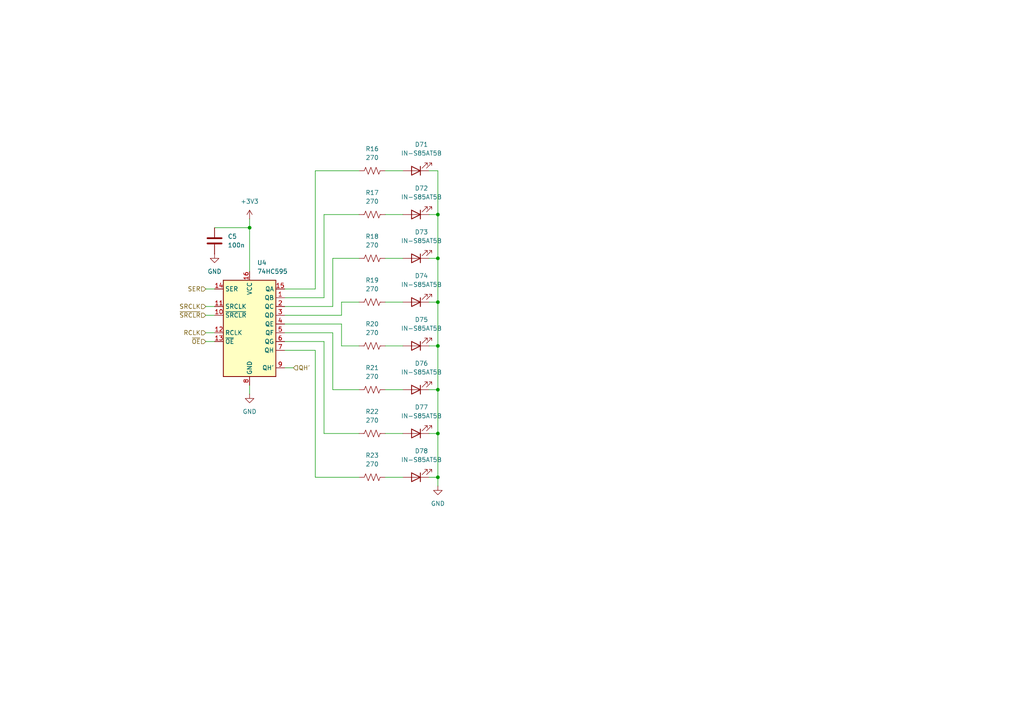
<source format=kicad_sch>
(kicad_sch (version 20231120) (generator "eeschema") (generator_version "8.0")
  (paper "A4")
  (lib_symbols
    (symbol "74xx:74HC595"
      (property "Reference" "U" (at -7.62 13.97 0))
      (property "Value" "74HC595" (at -7.62 -16.51 0))
      (symbol "74HC595_1_0"
        (pin tri_state line (at 10.16 7.62 180) (length 2.54) (name "QB") (number "1"))
        (pin input line (at -10.16 2.54 0) (length 2.54) (name "~{SRCLR}") (number "10"))
        (pin input line (at -10.16 5.08 0) (length 2.54) (name "SRCLK") (number "11"))
        (pin input line (at -10.16 -2.54 0) (length 2.54) (name "RCLK") (number "12"))
        (pin input line (at -10.16 -5.08 0) (length 2.54) (name "~{OE}") (number "13"))
        (pin input line (at -10.16 10.16 0) (length 2.54) (name "SER") (number "14"))
        (pin tri_state line (at 10.16 10.16 180) (length 2.54) (name "QA") (number "15"))
        (pin power_in line (at 0 15.24 270) (length 2.54) (name "VCC") (number "16"))
        (pin tri_state line (at 10.16 5.08 180) (length 2.54) (name "QC") (number "2"))
        (pin tri_state line (at 10.16 2.54 180) (length 2.54) (name "QD") (number "3"))
        (pin tri_state line (at 10.16 0 180) (length 2.54) (name "QE") (number "4"))
        (pin tri_state line (at 10.16 -2.54 180) (length 2.54) (name "QF") (number "5"))
        (pin tri_state line (at 10.16 -5.08 180) (length 2.54) (name "QG") (number "6"))
        (pin tri_state line (at 10.16 -7.62 180) (length 2.54) (name "QH") (number "7"))
        (pin power_in line (at 0 -17.78 90) (length 2.54) (name "GND") (number "8"))
        (pin output line (at 10.16 -12.7 180) (length 2.54) (name "QH'") (number "9"))
      )
      (symbol "74HC595_1_1"
        (rectangle (start -7.62 12.7) (end 7.62 -15.24) (stroke (width 0.254)) (fill (type background)))
      )
    )
    (symbol "Device:C" (pin_numbers hide) (pin_names (offset 0.254))
      (property "Reference" "C" (at 0.635 2.54 0))
      (property "Value" "C" (at 0.635 -2.54 0))
      (symbol "C_0_1"
        (polyline (pts (xy -2.032 -0.762) (xy 2.032 -0.762)) (stroke (width 0.508)))
        (polyline (pts (xy -2.032 0.762) (xy 2.032 0.762)) (stroke (width 0.508)))
      )
      (symbol "C_1_1"
        (pin passive line (at 0 3.81 270) (length 2.794) (name "~") (number "1"))
        (pin passive line (at 0 -3.81 90) (length 2.794) (name "~") (number "2"))
      )
    )
    (symbol "Device:LED" (pin_numbers hide) (pin_names (offset 1.016) hide)
      (property "Reference" "D" (at 0 2.54 0))
      (property "Value" "LED" (at 0 -2.54 0))
      (symbol "LED_0_1"
        (polyline (pts (xy -1.27 -1.27) (xy -1.27 1.27)) (stroke (width 0.254)))
        (polyline (pts (xy -1.27 0) (xy 1.27 0)))
        (polyline (pts (xy 1.27 -1.27) (xy 1.27 1.27) (xy -1.27 0) (xy 1.27 -1.27)) (stroke (width 0.254)))
        (polyline (pts (xy -3.048 -0.762) (xy -4.572 -2.286) (xy -3.81 -2.286) (xy -4.572 -2.286) (xy -4.572 -1.524)))
        (polyline (pts (xy -1.778 -0.762) (xy -3.302 -2.286) (xy -2.54 -2.286) (xy -3.302 -2.286) (xy -3.302 -1.524)))
      )
      (symbol "LED_1_1"
        (pin passive line (at -3.81 0 0) (length 2.54) (name "K") (number "1"))
        (pin passive line (at 3.81 0 180) (length 2.54) (name "A") (number "2"))
      )
    )
    (symbol "Device:R_US" (pin_numbers hide) (pin_names (offset 0))
      (property "Reference" "R" (at 2.54 0 90))
      (property "Value" "R_US" (at -2.54 0 90))
      (symbol "R_US_0_1"
        (polyline (pts (xy 0 -2.286) (xy 0 -2.54)))
        (polyline (pts (xy 0 2.286) (xy 0 2.54)))
        (polyline (pts (xy 0 -0.762) (xy 1.016 -1.143) (xy 0 -1.524) (xy -1.016 -1.905) (xy 0 -2.286)))
        (polyline (pts (xy 0 0.762) (xy 1.016 0.381) (xy 0 0) (xy -1.016 -0.381) (xy 0 -0.762)))
        (polyline (pts (xy 0 2.286) (xy 1.016 1.905) (xy 0 1.524) (xy -1.016 1.143) (xy 0 0.762)))
      )
      (symbol "R_US_1_1"
        (pin passive line (at 0 3.81 270) (length 1.27) (name "~") (number "1"))
        (pin passive line (at 0 -3.81 90) (length 1.27) (name "~") (number "2"))
      )
    )
    (symbol "power:+3V3" (power) (pin_numbers hide) (pin_names (offset 0) hide)
      (property "Value" "+3V3" (at 0 3.556 0))
      (symbol "+3V3_0_1"
        (polyline (pts (xy -0.762 1.27) (xy 0 2.54)))
        (polyline (pts (xy 0 0) (xy 0 2.54)))
        (polyline (pts (xy 0 2.54) (xy 0.762 1.27)))
      )
      (symbol "+3V3_1_1"
        (pin power_in line (at 0 0 90) (length 0) (name "~") (number "1"))
      )
    )
    (symbol "power:GND" (power) (pin_numbers hide) (pin_names (offset 0) hide)
      (property "Value" "GND" (at 0 -3.81 0))
      (symbol "GND_0_1"
        (polyline (pts (xy 0 0) (xy 0 -1.27) (xy 1.27 -1.27) (xy 0 -2.54) (xy -1.27 -1.27) (xy 0 -1.27)))
      )
      (symbol "GND_1_1"
        (pin power_in line (at 0 0 270) (length 0) (name "~") (number "1"))
      )
    )
  )
  (junction (at 127 74.93))
  (junction (at 127 100.33))
  (junction (at 127 138.43))
  (junction (at 127 62.23))
  (junction (at 72.39 66.04))
  (junction (at 127 125.73))
  (junction (at 127 87.63))
  (junction (at 127 113.03))
  (wire (pts (xy 127 74.93) (xy 127 62.23)))
  (wire (pts (xy 93.98 99.06) (xy 93.98 125.73)))
  (wire (pts (xy 127 62.23) (xy 124.46 62.23)))
  (wire (pts (xy 127 138.43) (xy 124.46 138.43)))
  (wire (pts (xy 99.06 100.33) (xy 104.14 100.33)))
  (wire (pts (xy 59.69 83.82) (xy 62.23 83.82)))
  (wire (pts (xy 59.69 91.44) (xy 62.23 91.44)))
  (wire (pts (xy 111.76 113.03) (xy 116.84 113.03)))
  (wire (pts (xy 82.55 101.6) (xy 91.44 101.6)))
  (wire (pts (xy 111.76 87.63) (xy 116.84 87.63)))
  (wire (pts (xy 127 49.53) (xy 124.46 49.53)))
  (wire (pts (xy 96.52 113.03) (xy 104.14 113.03)))
  (wire (pts (xy 91.44 101.6) (xy 91.44 138.43)))
  (wire (pts (xy 127 140.97) (xy 127 138.43)))
  (wire (pts (xy 96.52 88.9) (xy 96.52 74.93)))
  (wire (pts (xy 96.52 74.93) (xy 104.14 74.93)))
  (wire (pts (xy 111.76 125.73) (xy 116.84 125.73)))
  (wire (pts (xy 111.76 74.93) (xy 116.84 74.93)))
  (wire (pts (xy 96.52 96.52) (xy 96.52 113.03)))
  (wire (pts (xy 127 125.73) (xy 127 113.03)))
  (wire (pts (xy 93.98 86.36) (xy 93.98 62.23)))
  (wire (pts (xy 91.44 138.43) (xy 104.14 138.43)))
  (wire (pts (xy 82.55 106.68) (xy 85.09 106.68)))
  (wire (pts (xy 99.06 93.98) (xy 99.06 100.33)))
  (wire (pts (xy 124.46 100.33) (xy 127 100.33)))
  (wire (pts (xy 99.06 91.44) (xy 99.06 87.63)))
  (wire (pts (xy 59.69 88.9) (xy 62.23 88.9)))
  (wire (pts (xy 82.55 86.36) (xy 93.98 86.36)))
  (wire (pts (xy 111.76 138.43) (xy 116.84 138.43)))
  (wire (pts (xy 82.55 83.82) (xy 91.44 83.82)))
  (wire (pts (xy 72.39 111.76) (xy 72.39 114.3)))
  (wire (pts (xy 93.98 125.73) (xy 104.14 125.73)))
  (wire (pts (xy 72.39 66.04) (xy 72.39 78.74)))
  (wire (pts (xy 99.06 87.63) (xy 104.14 87.63)))
  (wire (pts (xy 72.39 63.5) (xy 72.39 66.04)))
  (wire (pts (xy 127 87.63) (xy 127 74.93)))
  (wire (pts (xy 82.55 99.06) (xy 93.98 99.06)))
  (wire (pts (xy 111.76 100.33) (xy 116.84 100.33)))
  (wire (pts (xy 82.55 91.44) (xy 99.06 91.44)))
  (wire (pts (xy 127 87.63) (xy 124.46 87.63)))
  (wire (pts (xy 93.98 62.23) (xy 104.14 62.23)))
  (wire (pts (xy 127 125.73) (xy 124.46 125.73)))
  (wire (pts (xy 127 74.93) (xy 124.46 74.93)))
  (wire (pts (xy 59.69 96.52) (xy 62.23 96.52)))
  (wire (pts (xy 59.69 99.06) (xy 62.23 99.06)))
  (wire (pts (xy 91.44 83.82) (xy 91.44 49.53)))
  (wire (pts (xy 127 100.33) (xy 127 87.63)))
  (wire (pts (xy 62.23 66.04) (xy 72.39 66.04)))
  (wire (pts (xy 82.55 96.52) (xy 96.52 96.52)))
  (wire (pts (xy 127 113.03) (xy 124.46 113.03)))
  (wire (pts (xy 127 62.23) (xy 127 49.53)))
  (wire (pts (xy 82.55 93.98) (xy 99.06 93.98)))
  (wire (pts (xy 127 138.43) (xy 127 125.73)))
  (wire (pts (xy 111.76 62.23) (xy 116.84 62.23)))
  (wire (pts (xy 127 100.33) (xy 127 113.03)))
  (wire (pts (xy 91.44 49.53) (xy 104.14 49.53)))
  (wire (pts (xy 82.55 88.9) (xy 96.52 88.9)))
  (wire (pts (xy 111.76 49.53) (xy 116.84 49.53)))
  (hierarchical_label "~{OE}" (shape input) (at 59.69 99.06 180))
  (hierarchical_label "SRCLK" (shape input) (at 59.69 88.9 180))
  (hierarchical_label "~{SRCLR}" (shape input) (at 59.69 91.44 180))
  (hierarchical_label "RCLK" (shape input) (at 59.69 96.52 180))
  (hierarchical_label "SER" (shape input) (at 59.69 83.82 180))
  (hierarchical_label "QH'" (shape input) (at 85.09 106.68 0))
  (symbol (lib_id "Device:LED") (at 120.65 113.03 180) (unit 1)
    (property "Reference" "D76" (at 122.2375 105.41 0))
    (property "Value" "IN-S85AT5B" (at 122.2375 107.95 0))
    (property "Footprint" "LED_SMD:LED_0805_2012Metric_Pad1.15x1.40mm_HandSolder" (effects (hide yes)))
    (property "Datasheet" "https://www.inolux-corp.com/datasheet/SMDLED/Mono%20Color%20Top%20View/IN-S85AT%20Series_V1.1.pdf" (effects (hide yes)))
    (property "Description" "Light emitting diode" (effects (hide yes)))
    (instances (project "rp2040-programmer-calculator" (path "" (reference "D76") (unit 1)) (path "" (reference "D68") (unit 1)) (path "" (reference "D92") (unit 1)) (path "" (reference "D84") (unit 1))))
  )
  (symbol (lib_id "Device:R_US") (at 107.95 125.73 90) (unit 1)
    (property "Reference" "R22" (at 107.95 119.38 90))
    (property "Value" "270" (at 107.95 121.92 90))
    (property "Footprint" "Resistor_SMD:R_0603_1608Metric_Pad0.98x0.95mm_HandSolder" (effects (hide yes)))
    (property "Description" "Resistor, US symbol" (effects (hide yes)))
    (instances (project "rp2040-programmer-calculator" (path "" (reference "R22") (unit 1)) (path "" (reference "R14") (unit 1)) (path "" (reference "R38") (unit 1)) (path "" (reference "R30") (unit 1))))
  )
  (symbol (lib_id "Device:R_US") (at 107.95 87.63 90) (unit 1)
    (property "Reference" "R19" (at 107.95 81.28 90))
    (property "Value" "270" (at 107.95 83.82 90))
    (property "Footprint" "Resistor_SMD:R_0603_1608Metric_Pad0.98x0.95mm_HandSolder" (effects (hide yes)))
    (property "Description" "Resistor, US symbol" (effects (hide yes)))
    (instances (project "rp2040-programmer-calculator" (path "" (reference "R19") (unit 1)) (path "" (reference "R11") (unit 1)) (path "" (reference "R35") (unit 1)) (path "" (reference "R27") (unit 1))))
  )
  (symbol (lib_id "Device:R_US") (at 107.95 49.53 90) (unit 1)
    (property "Reference" "R16" (at 107.95 43.18 90))
    (property "Value" "270" (at 107.95 45.72 90))
    (property "Footprint" "Resistor_SMD:R_0603_1608Metric_Pad0.98x0.95mm_HandSolder" (effects (hide yes)))
    (property "Description" "Resistor, US symbol" (effects (hide yes)))
    (instances (project "" (path "" (reference "R16") (unit 1)) (path "" (reference "R8") (unit 1)) (path "" (reference "R32") (unit 1)) (path "" (reference "R24") (unit 1))))
  )
  (symbol (lib_id "power:+3V3") (at 72.39 63.5 0) (unit 1)
    (property "Reference" "#PWR021" (effects (hide yes)))
    (property "Value" "+3V3" (at 72.39 58.42 0))
    (property "Description" "Power symbol creates a global label with name \"+3V3\"" (effects (hide yes)))
    (instances (project "rp2040-programmer-calculator" (path "" (reference "#PWR021") (unit 1)) (path "" (reference "#PWR017") (unit 1)) (path "" (reference "#PWR029") (unit 1)) (path "" (reference "#PWR025") (unit 1))))
  )
  (symbol (lib_id "Device:LED") (at 120.65 49.53 180) (unit 1)
    (property "Reference" "D71" (at 122.2375 41.91 0))
    (property "Value" "IN-S85AT5B" (at 122.2375 44.45 0))
    (property "Footprint" "LED_SMD:LED_0805_2012Metric_Pad1.15x1.40mm_HandSolder" (effects (hide yes)))
    (property "Datasheet" "https://www.inolux-corp.com/datasheet/SMDLED/Mono%20Color%20Top%20View/IN-S85AT%20Series_V1.1.pdf" (effects (hide yes)))
    (property "Description" "Light emitting diode" (effects (hide yes)))
    (instances (project "rp2040-programmer-calculator" (path "" (reference "D71") (unit 1)) (path "" (reference "D63") (unit 1)) (path "" (reference "D87") (unit 1)) (path "" (reference "D79") (unit 1))))
  )
  (symbol (lib_id "power:GND") (at 62.23 73.66 0) (unit 1)
    (property "Reference" "#PWR022" (effects (hide yes)))
    (property "Value" "GND" (at 62.23 78.74 0))
    (property "Description" "Power symbol creates a global label with name \"GND\" , ground" (effects (hide yes)))
    (instances (project "rp2040-programmer-calculator" (path "" (reference "#PWR022") (unit 1)) (path "" (reference "#PWR018") (unit 1)) (path "" (reference "#PWR030") (unit 1)) (path "" (reference "#PWR026") (unit 1))))
  )
  (symbol (lib_id "Device:LED") (at 120.65 125.73 180) (unit 1)
    (property "Reference" "D77" (at 122.2375 118.11 0))
    (property "Value" "IN-S85AT5B" (at 122.2375 120.65 0))
    (property "Footprint" "LED_SMD:LED_0805_2012Metric_Pad1.15x1.40mm_HandSolder" (effects (hide yes)))
    (property "Datasheet" "https://www.inolux-corp.com/datasheet/SMDLED/Mono%20Color%20Top%20View/IN-S85AT%20Series_V1.1.pdf" (effects (hide yes)))
    (property "Description" "Light emitting diode" (effects (hide yes)))
    (instances (project "rp2040-programmer-calculator" (path "" (reference "D77") (unit 1)) (path "" (reference "D69") (unit 1)) (path "" (reference "D93") (unit 1)) (path "" (reference "D85") (unit 1))))
  )
  (symbol (lib_id "Device:C") (at 62.23 69.85 0) (unit 1)
    (property "Reference" "C5" (at 66.04 68.5799 0) (effects (justify left)))
    (property "Value" "100n" (at 66.04 71.1199 0) (effects (justify left)))
    (property "Footprint" "Capacitor_SMD:C_0603_1608Metric" (effects (hide yes)))
    (property "Description" "Unpolarized capacitor" (effects (hide yes)))
    (instances (project "rp2040-programmer-calculator" (path "" (reference "C5") (unit 1)) (path "" (reference "C4") (unit 1)) (path "" (reference "C7") (unit 1)) (path "" (reference "C6") (unit 1))))
  )
  (symbol (lib_id "power:GND") (at 72.39 114.3 0) (unit 1)
    (property "Reference" "#PWR023" (effects (hide yes)))
    (property "Value" "GND" (at 72.39 119.38 0))
    (property "Description" "Power symbol creates a global label with name \"GND\" , ground" (effects (hide yes)))
    (instances (project "rp2040-programmer-calculator" (path "" (reference "#PWR023") (unit 1)) (path "" (reference "#PWR019") (unit 1)) (path "" (reference "#PWR031") (unit 1)) (path "" (reference "#PWR027") (unit 1))))
  )
  (symbol (lib_id "power:GND") (at 127 140.97 0) (unit 1)
    (property "Reference" "#PWR024" (effects (hide yes)))
    (property "Value" "GND" (at 127 146.05 0))
    (property "Description" "Power symbol creates a global label with name \"GND\" , ground" (effects (hide yes)))
    (instances (project "rp2040-programmer-calculator" (path "" (reference "#PWR024") (unit 1)) (path "" (reference "#PWR020") (unit 1)) (path "" (reference "#PWR032") (unit 1)) (path "" (reference "#PWR028") (unit 1))))
  )
  (symbol (lib_id "Device:R_US") (at 107.95 74.93 90) (unit 1)
    (property "Reference" "R18" (at 107.95 68.58 90))
    (property "Value" "270" (at 107.95 71.12 90))
    (property "Footprint" "Resistor_SMD:R_0603_1608Metric_Pad0.98x0.95mm_HandSolder" (effects (hide yes)))
    (property "Description" "Resistor, US symbol" (effects (hide yes)))
    (instances (project "rp2040-programmer-calculator" (path "" (reference "R18") (unit 1)) (path "" (reference "R10") (unit 1)) (path "" (reference "R34") (unit 1)) (path "" (reference "R26") (unit 1))))
  )
  (symbol (lib_id "Device:R_US") (at 107.95 138.43 90) (unit 1)
    (property "Reference" "R23" (at 107.95 132.08 90))
    (property "Value" "270" (at 107.95 134.62 90))
    (property "Footprint" "Resistor_SMD:R_0603_1608Metric_Pad0.98x0.95mm_HandSolder" (effects (hide yes)))
    (property "Description" "Resistor, US symbol" (effects (hide yes)))
    (instances (project "rp2040-programmer-calculator" (path "" (reference "R23") (unit 1)) (path "" (reference "R15") (unit 1)) (path "" (reference "R39") (unit 1)) (path "" (reference "R31") (unit 1))))
  )
  (symbol (lib_id "Device:R_US") (at 107.95 100.33 90) (unit 1)
    (property "Reference" "R20" (at 107.95 93.98 90))
    (property "Value" "270" (at 107.95 96.52 90))
    (property "Footprint" "Resistor_SMD:R_0603_1608Metric_Pad0.98x0.95mm_HandSolder" (effects (hide yes)))
    (property "Description" "Resistor, US symbol" (effects (hide yes)))
    (instances (project "rp2040-programmer-calculator" (path "" (reference "R20") (unit 1)) (path "" (reference "R12") (unit 1)) (path "" (reference "R36") (unit 1)) (path "" (reference "R28") (unit 1))))
  )
  (symbol (lib_id "74xx:74HC595") (at 72.39 93.98 0) (unit 1)
    (property "Reference" "U4" (at 74.5841 76.2 0) (effects (justify left)))
    (property "Value" "74HC595" (at 74.5841 78.74 0) (effects (justify left)))
    (property "Footprint" "Package_SO:SOIC-16_3.9x9.9mm_P1.27mm" (effects (hide yes)))
    (property "Datasheet" "http://www.ti.com/lit/ds/symlink/sn74hc595.pdf" (effects (hide yes)))
    (property "Description" "8-bit serial in/out Shift Register 3-State Outputs" (effects (hide yes)))
    (instances (project "rp2040-programmer-calculator" (path "" (reference "U4") (unit 1)) (path "" (reference "U3") (unit 1)) (path "" (reference "U6") (unit 1)) (path "" (reference "U5") (unit 1))))
  )
  (symbol (lib_id "Device:LED") (at 120.65 138.43 180) (unit 1)
    (property "Reference" "D78" (at 122.2375 130.81 0))
    (property "Value" "IN-S85AT5B" (at 122.2375 133.35 0))
    (property "Footprint" "LED_SMD:LED_0805_2012Metric_Pad1.15x1.40mm_HandSolder" (effects (hide yes)))
    (property "Datasheet" "https://www.inolux-corp.com/datasheet/SMDLED/Mono%20Color%20Top%20View/IN-S85AT%20Series_V1.1.pdf" (effects (hide yes)))
    (property "Description" "Light emitting diode" (effects (hide yes)))
    (instances (project "rp2040-programmer-calculator" (path "" (reference "D78") (unit 1)) (path "" (reference "D70") (unit 1)) (path "" (reference "D94") (unit 1)) (path "" (reference "D86") (unit 1))))
  )
  (symbol (lib_id "Device:LED") (at 120.65 100.33 180) (unit 1)
    (property "Reference" "D75" (at 122.2375 92.71 0))
    (property "Value" "IN-S85AT5B" (at 122.2375 95.25 0))
    (property "Footprint" "LED_SMD:LED_0805_2012Metric_Pad1.15x1.40mm_HandSolder" (effects (hide yes)))
    (property "Datasheet" "https://www.inolux-corp.com/datasheet/SMDLED/Mono%20Color%20Top%20View/IN-S85AT%20Series_V1.1.pdf" (effects (hide yes)))
    (property "Description" "Light emitting diode" (effects (hide yes)))
    (instances (project "rp2040-programmer-calculator" (path "" (reference "D75") (unit 1)) (path "" (reference "D67") (unit 1)) (path "" (reference "D91") (unit 1)) (path "" (reference "D83") (unit 1))))
  )
  (symbol (lib_id "Device:LED") (at 120.65 62.23 180) (unit 1)
    (property "Reference" "D72" (at 122.2375 54.61 0))
    (property "Value" "IN-S85AT5B" (at 122.2375 57.15 0))
    (property "Footprint" "LED_SMD:LED_0805_2012Metric_Pad1.15x1.40mm_HandSolder" (effects (hide yes)))
    (property "Datasheet" "https://www.inolux-corp.com/datasheet/SMDLED/Mono%20Color%20Top%20View/IN-S85AT%20Series_V1.1.pdf" (effects (hide yes)))
    (property "Description" "Light emitting diode" (effects (hide yes)))
    (instances (project "rp2040-programmer-calculator" (path "" (reference "D72") (unit 1)) (path "" (reference "D64") (unit 1)) (path "" (reference "D88") (unit 1)) (path "" (reference "D80") (unit 1))))
  )
  (symbol (lib_id "Device:R_US") (at 107.95 62.23 90) (unit 1)
    (property "Reference" "R17" (at 107.95 55.88 90))
    (property "Value" "270" (at 107.95 58.42 90))
    (property "Footprint" "Resistor_SMD:R_0603_1608Metric_Pad0.98x0.95mm_HandSolder" (effects (hide yes)))
    (property "Description" "Resistor, US symbol" (effects (hide yes)))
    (instances (project "rp2040-programmer-calculator" (path "" (reference "R17") (unit 1)) (path "" (reference "R9") (unit 1)) (path "" (reference "R33") (unit 1)) (path "" (reference "R25") (unit 1))))
  )
  (symbol (lib_id "Device:LED") (at 120.65 87.63 180) (unit 1)
    (property "Reference" "D74" (at 122.2375 80.01 0))
    (property "Value" "IN-S85AT5B" (at 122.2375 82.55 0))
    (property "Footprint" "LED_SMD:LED_0805_2012Metric_Pad1.15x1.40mm_HandSolder" (effects (hide yes)))
    (property "Datasheet" "https://www.inolux-corp.com/datasheet/SMDLED/Mono%20Color%20Top%20View/IN-S85AT%20Series_V1.1.pdf" (effects (hide yes)))
    (property "Description" "Light emitting diode" (effects (hide yes)))
    (instances (project "rp2040-programmer-calculator" (path "" (reference "D74") (unit 1)) (path "" (reference "D66") (unit 1)) (path "" (reference "D90") (unit 1)) (path "" (reference "D82") (unit 1))))
  )
  (symbol (lib_id "Device:R_US") (at 107.95 113.03 90) (unit 1)
    (property "Reference" "R21" (at 107.95 106.68 90))
    (property "Value" "270" (at 107.95 109.22 90))
    (property "Footprint" "Resistor_SMD:R_0603_1608Metric_Pad0.98x0.95mm_HandSolder" (effects (hide yes)))
    (property "Description" "Resistor, US symbol" (effects (hide yes)))
    (instances (project "rp2040-programmer-calculator" (path "" (reference "R21") (unit 1)) (path "" (reference "R13") (unit 1)) (path "" (reference "R37") (unit 1)) (path "" (reference "R29") (unit 1))))
  )
  (symbol (lib_id "Device:LED") (at 120.65 74.93 180) (unit 1)
    (property "Reference" "D73" (at 122.2375 67.31 0))
    (property "Value" "IN-S85AT5B" (at 122.2375 69.85 0))
    (property "Footprint" "LED_SMD:LED_0805_2012Metric_Pad1.15x1.40mm_HandSolder" (effects (hide yes)))
    (property "Datasheet" "https://www.inolux-corp.com/datasheet/SMDLED/Mono%20Color%20Top%20View/IN-S85AT%20Series_V1.1.pdf" (effects (hide yes)))
    (property "Description" "Light emitting diode" (effects (hide yes)))
    (instances (project "rp2040-programmer-calculator" (path "" (reference "D73") (unit 1)) (path "" (reference "D65") (unit 1)) (path "" (reference "D89") (unit 1)) (path "" (reference "D81") (unit 1))))
  )
)
</source>
